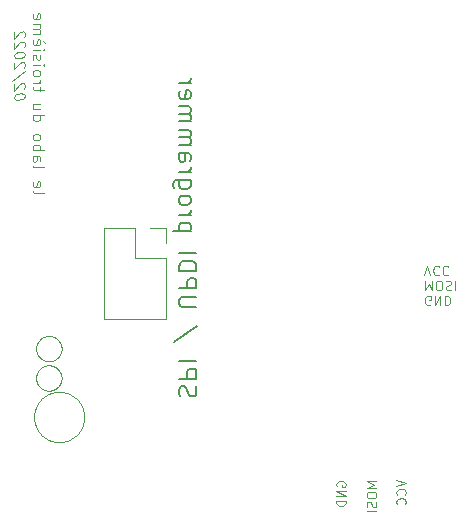
<source format=gbo>
G04 #@! TF.GenerationSoftware,KiCad,Pcbnew,6.0.2-378541a8eb~116~ubuntu20.04.1*
G04 #@! TF.CreationDate,2022-02-28T16:15:05+01:00*
G04 #@! TF.ProjectId,ISP_panel,4953505f-7061-46e6-956c-2e6b69636164,rev?*
G04 #@! TF.SameCoordinates,Original*
G04 #@! TF.FileFunction,Legend,Bot*
G04 #@! TF.FilePolarity,Positive*
%FSLAX46Y46*%
G04 Gerber Fmt 4.6, Leading zero omitted, Abs format (unit mm)*
G04 Created by KiCad (PCBNEW 6.0.2-378541a8eb~116~ubuntu20.04.1) date 2022-02-28 16:15:05*
%MOMM*%
%LPD*%
G01*
G04 APERTURE LIST*
%ADD10C,0.080000*%
%ADD11C,0.100000*%
%ADD12C,0.200000*%
%ADD13C,0.090000*%
%ADD14C,0.045156*%
%ADD15C,0.120000*%
G04 APERTURE END LIST*
D10*
X64503193Y-59188092D02*
X64769860Y-58388092D01*
X65036526Y-59188092D01*
X65760336Y-58464282D02*
X65722241Y-58426187D01*
X65607955Y-58388092D01*
X65531764Y-58388092D01*
X65417479Y-58426187D01*
X65341288Y-58502377D01*
X65303193Y-58578568D01*
X65265098Y-58730949D01*
X65265098Y-58845235D01*
X65303193Y-58997616D01*
X65341288Y-59073806D01*
X65417479Y-59149997D01*
X65531764Y-59188092D01*
X65607955Y-59188092D01*
X65722241Y-59149997D01*
X65760336Y-59111901D01*
X66560336Y-58464282D02*
X66522241Y-58426187D01*
X66407955Y-58388092D01*
X66331764Y-58388092D01*
X66217479Y-58426187D01*
X66141288Y-58502377D01*
X66103193Y-58578568D01*
X66065098Y-58730949D01*
X66065098Y-58845235D01*
X66103193Y-58997616D01*
X66141288Y-59073806D01*
X66217479Y-59149997D01*
X66331764Y-59188092D01*
X66407955Y-59188092D01*
X66522241Y-59149997D01*
X66560336Y-59111901D01*
D11*
X31347615Y-52028567D02*
X31395234Y-52123805D01*
X31490472Y-52171424D01*
X32347615Y-52171424D01*
X31395234Y-51266662D02*
X31347615Y-51361900D01*
X31347615Y-51552376D01*
X31395234Y-51647615D01*
X31490472Y-51695234D01*
X31871424Y-51695234D01*
X31966662Y-51647615D01*
X32014281Y-51552376D01*
X32014281Y-51361900D01*
X31966662Y-51266662D01*
X31871424Y-51219043D01*
X31776186Y-51219043D01*
X31680948Y-51695234D01*
X31347615Y-49885710D02*
X31395234Y-49980948D01*
X31490472Y-50028567D01*
X32347615Y-50028567D01*
X31347615Y-49076186D02*
X31871424Y-49076186D01*
X31966662Y-49123805D01*
X32014281Y-49219043D01*
X32014281Y-49409519D01*
X31966662Y-49504757D01*
X31395234Y-49076186D02*
X31347615Y-49171424D01*
X31347615Y-49409519D01*
X31395234Y-49504757D01*
X31490472Y-49552376D01*
X31585710Y-49552376D01*
X31680948Y-49504757D01*
X31728567Y-49409519D01*
X31728567Y-49171424D01*
X31776186Y-49076186D01*
X31347615Y-48599996D02*
X32347615Y-48599996D01*
X31966662Y-48599996D02*
X32014281Y-48504757D01*
X32014281Y-48314281D01*
X31966662Y-48219043D01*
X31919043Y-48171424D01*
X31823805Y-48123805D01*
X31538091Y-48123805D01*
X31442853Y-48171424D01*
X31395234Y-48219043D01*
X31347615Y-48314281D01*
X31347615Y-48504757D01*
X31395234Y-48599996D01*
X31347615Y-47552376D02*
X31395234Y-47647615D01*
X31442853Y-47695234D01*
X31538091Y-47742853D01*
X31823805Y-47742853D01*
X31919043Y-47695234D01*
X31966662Y-47647615D01*
X32014281Y-47552376D01*
X32014281Y-47409519D01*
X31966662Y-47314281D01*
X31919043Y-47266662D01*
X31823805Y-47219043D01*
X31538091Y-47219043D01*
X31442853Y-47266662D01*
X31395234Y-47314281D01*
X31347615Y-47409519D01*
X31347615Y-47552376D01*
X31347615Y-45599996D02*
X32347615Y-45599996D01*
X31395234Y-45599996D02*
X31347615Y-45695234D01*
X31347615Y-45885710D01*
X31395234Y-45980948D01*
X31442853Y-46028567D01*
X31538091Y-46076186D01*
X31823805Y-46076186D01*
X31919043Y-46028567D01*
X31966662Y-45980948D01*
X32014281Y-45885710D01*
X32014281Y-45695234D01*
X31966662Y-45599996D01*
X32014281Y-44695234D02*
X31347615Y-44695234D01*
X32014281Y-45123805D02*
X31490472Y-45123805D01*
X31395234Y-45076186D01*
X31347615Y-44980948D01*
X31347615Y-44838091D01*
X31395234Y-44742853D01*
X31442853Y-44695234D01*
X32014281Y-43599996D02*
X32014281Y-43219043D01*
X32347615Y-43457138D02*
X31490472Y-43457138D01*
X31395234Y-43409519D01*
X31347615Y-43314281D01*
X31347615Y-43219043D01*
X31347615Y-42885710D02*
X32014281Y-42885710D01*
X31823805Y-42885710D02*
X31919043Y-42838091D01*
X31966662Y-42790472D01*
X32014281Y-42695234D01*
X32014281Y-42599996D01*
X31347615Y-42123805D02*
X31395234Y-42219043D01*
X31442853Y-42266662D01*
X31538091Y-42314281D01*
X31823805Y-42314281D01*
X31919043Y-42266662D01*
X31966662Y-42219043D01*
X32014281Y-42123805D01*
X32014281Y-41980948D01*
X31966662Y-41885710D01*
X31919043Y-41838091D01*
X31823805Y-41790472D01*
X31538091Y-41790472D01*
X31442853Y-41838091D01*
X31395234Y-41885710D01*
X31347615Y-41980948D01*
X31347615Y-42123805D01*
X31347615Y-41361900D02*
X32014281Y-41361900D01*
X32347615Y-41361900D02*
X32299996Y-41409519D01*
X32252376Y-41361900D01*
X32299996Y-41314281D01*
X32347615Y-41361900D01*
X32252376Y-41361900D01*
X31395234Y-40933329D02*
X31347615Y-40838091D01*
X31347615Y-40647615D01*
X31395234Y-40552376D01*
X31490472Y-40504757D01*
X31538091Y-40504757D01*
X31633329Y-40552376D01*
X31680948Y-40647615D01*
X31680948Y-40790472D01*
X31728567Y-40885710D01*
X31823805Y-40933329D01*
X31871424Y-40933329D01*
X31966662Y-40885710D01*
X32014281Y-40790472D01*
X32014281Y-40647615D01*
X31966662Y-40552376D01*
X31347615Y-40076186D02*
X32014281Y-40076186D01*
X32347615Y-40076186D02*
X32299996Y-40123805D01*
X32252376Y-40076186D01*
X32299996Y-40028567D01*
X32347615Y-40076186D01*
X32252376Y-40076186D01*
X31395234Y-39219043D02*
X31347615Y-39314281D01*
X31347615Y-39504757D01*
X31395234Y-39599996D01*
X31490472Y-39647615D01*
X31871424Y-39647615D01*
X31966662Y-39599996D01*
X32014281Y-39504757D01*
X32014281Y-39314281D01*
X31966662Y-39219043D01*
X31871424Y-39171424D01*
X31776186Y-39171424D01*
X31680948Y-39647615D01*
X32395234Y-39504757D02*
X32252376Y-39361900D01*
X31347615Y-38742853D02*
X32014281Y-38742853D01*
X31919043Y-38742853D02*
X31966662Y-38695234D01*
X32014281Y-38599996D01*
X32014281Y-38457138D01*
X31966662Y-38361900D01*
X31871424Y-38314281D01*
X31347615Y-38314281D01*
X31871424Y-38314281D02*
X31966662Y-38266662D01*
X32014281Y-38171424D01*
X32014281Y-38028567D01*
X31966662Y-37933329D01*
X31871424Y-37885710D01*
X31347615Y-37885710D01*
X31395234Y-37028567D02*
X31347615Y-37123805D01*
X31347615Y-37314281D01*
X31395234Y-37409519D01*
X31490472Y-37457138D01*
X31871424Y-37457138D01*
X31966662Y-37409519D01*
X32014281Y-37314281D01*
X32014281Y-37123805D01*
X31966662Y-37028567D01*
X31871424Y-36980948D01*
X31776186Y-36980948D01*
X31680948Y-37457138D01*
D10*
X65036526Y-61649997D02*
X64960336Y-61688092D01*
X64846050Y-61688092D01*
X64731764Y-61649997D01*
X64655574Y-61573806D01*
X64617479Y-61497616D01*
X64579383Y-61345235D01*
X64579383Y-61230949D01*
X64617479Y-61078568D01*
X64655574Y-61002377D01*
X64731764Y-60926187D01*
X64846050Y-60888092D01*
X64922241Y-60888092D01*
X65036526Y-60926187D01*
X65074622Y-60964282D01*
X65074622Y-61230949D01*
X64922241Y-61230949D01*
X65417479Y-60888092D02*
X65417479Y-61688092D01*
X65874622Y-60888092D01*
X65874622Y-61688092D01*
X66255574Y-60888092D02*
X66255574Y-61688092D01*
X66446050Y-61688092D01*
X66560336Y-61649997D01*
X66636526Y-61573806D01*
X66674622Y-61497616D01*
X66712717Y-61345235D01*
X66712717Y-61230949D01*
X66674622Y-61078568D01*
X66636526Y-61002377D01*
X66560336Y-60926187D01*
X66446050Y-60888092D01*
X66255574Y-60888092D01*
D12*
X43792853Y-69428567D02*
X43721424Y-69214281D01*
X43721424Y-68857138D01*
X43792853Y-68714281D01*
X43864281Y-68642853D01*
X44007138Y-68571424D01*
X44149996Y-68571424D01*
X44292853Y-68642853D01*
X44364281Y-68714281D01*
X44435710Y-68857138D01*
X44507138Y-69142853D01*
X44578567Y-69285710D01*
X44649996Y-69357138D01*
X44792853Y-69428567D01*
X44935710Y-69428567D01*
X45078567Y-69357138D01*
X45149996Y-69285710D01*
X45221424Y-69142853D01*
X45221424Y-68785710D01*
X45149996Y-68571424D01*
X43721424Y-67928567D02*
X45221424Y-67928567D01*
X45221424Y-67357138D01*
X45149996Y-67214281D01*
X45078567Y-67142853D01*
X44935710Y-67071424D01*
X44721424Y-67071424D01*
X44578567Y-67142853D01*
X44507138Y-67214281D01*
X44435710Y-67357138D01*
X44435710Y-67928567D01*
X43721424Y-66428567D02*
X45221424Y-66428567D01*
X45292853Y-63499996D02*
X43364281Y-64785710D01*
X45221424Y-61857138D02*
X44007138Y-61857138D01*
X43864281Y-61785710D01*
X43792853Y-61714281D01*
X43721424Y-61571424D01*
X43721424Y-61285710D01*
X43792853Y-61142853D01*
X43864281Y-61071424D01*
X44007138Y-60999996D01*
X45221424Y-60999996D01*
X43721424Y-60285710D02*
X45221424Y-60285710D01*
X45221424Y-59714281D01*
X45149996Y-59571424D01*
X45078567Y-59499996D01*
X44935710Y-59428567D01*
X44721424Y-59428567D01*
X44578567Y-59499996D01*
X44507138Y-59571424D01*
X44435710Y-59714281D01*
X44435710Y-60285710D01*
X43721424Y-58785710D02*
X45221424Y-58785710D01*
X45221424Y-58428567D01*
X45149996Y-58214281D01*
X45007138Y-58071424D01*
X44864281Y-57999996D01*
X44578567Y-57928567D01*
X44364281Y-57928567D01*
X44078567Y-57999996D01*
X43935710Y-58071424D01*
X43792853Y-58214281D01*
X43721424Y-58428567D01*
X43721424Y-58785710D01*
X43721424Y-57285710D02*
X45221424Y-57285710D01*
X44721424Y-55428567D02*
X43221424Y-55428567D01*
X44649996Y-55428567D02*
X44721424Y-55285710D01*
X44721424Y-54999996D01*
X44649996Y-54857138D01*
X44578567Y-54785710D01*
X44435710Y-54714281D01*
X44007138Y-54714281D01*
X43864281Y-54785710D01*
X43792853Y-54857138D01*
X43721424Y-54999996D01*
X43721424Y-55285710D01*
X43792853Y-55428567D01*
X43721424Y-54071424D02*
X44721424Y-54071424D01*
X44435710Y-54071424D02*
X44578567Y-53999996D01*
X44649996Y-53928567D01*
X44721424Y-53785710D01*
X44721424Y-53642853D01*
X43721424Y-52928567D02*
X43792853Y-53071424D01*
X43864281Y-53142853D01*
X44007138Y-53214281D01*
X44435710Y-53214281D01*
X44578567Y-53142853D01*
X44649996Y-53071424D01*
X44721424Y-52928567D01*
X44721424Y-52714281D01*
X44649996Y-52571424D01*
X44578567Y-52499996D01*
X44435710Y-52428567D01*
X44007138Y-52428567D01*
X43864281Y-52499996D01*
X43792853Y-52571424D01*
X43721424Y-52714281D01*
X43721424Y-52928567D01*
X44721424Y-51142853D02*
X43507138Y-51142853D01*
X43364281Y-51214281D01*
X43292853Y-51285710D01*
X43221424Y-51428567D01*
X43221424Y-51642853D01*
X43292853Y-51785710D01*
X43792853Y-51142853D02*
X43721424Y-51285710D01*
X43721424Y-51571424D01*
X43792853Y-51714281D01*
X43864281Y-51785710D01*
X44007138Y-51857138D01*
X44435710Y-51857138D01*
X44578567Y-51785710D01*
X44649996Y-51714281D01*
X44721424Y-51571424D01*
X44721424Y-51285710D01*
X44649996Y-51142853D01*
X43721424Y-50428567D02*
X44721424Y-50428567D01*
X44435710Y-50428567D02*
X44578567Y-50357138D01*
X44649996Y-50285710D01*
X44721424Y-50142853D01*
X44721424Y-49999996D01*
X43721424Y-48857138D02*
X44507138Y-48857138D01*
X44649996Y-48928567D01*
X44721424Y-49071424D01*
X44721424Y-49357138D01*
X44649996Y-49499996D01*
X43792853Y-48857138D02*
X43721424Y-48999996D01*
X43721424Y-49357138D01*
X43792853Y-49499996D01*
X43935710Y-49571424D01*
X44078567Y-49571424D01*
X44221424Y-49499996D01*
X44292853Y-49357138D01*
X44292853Y-48999996D01*
X44364281Y-48857138D01*
X43721424Y-48142853D02*
X44721424Y-48142853D01*
X44578567Y-48142853D02*
X44649996Y-48071424D01*
X44721424Y-47928567D01*
X44721424Y-47714281D01*
X44649996Y-47571424D01*
X44507138Y-47499996D01*
X43721424Y-47499996D01*
X44507138Y-47499996D02*
X44649996Y-47428567D01*
X44721424Y-47285710D01*
X44721424Y-47071424D01*
X44649996Y-46928567D01*
X44507138Y-46857138D01*
X43721424Y-46857138D01*
X43721424Y-46142853D02*
X44721424Y-46142853D01*
X44578567Y-46142853D02*
X44649996Y-46071424D01*
X44721424Y-45928567D01*
X44721424Y-45714281D01*
X44649996Y-45571424D01*
X44507138Y-45499996D01*
X43721424Y-45499996D01*
X44507138Y-45499996D02*
X44649996Y-45428567D01*
X44721424Y-45285710D01*
X44721424Y-45071424D01*
X44649996Y-44928567D01*
X44507138Y-44857138D01*
X43721424Y-44857138D01*
X43792853Y-43571424D02*
X43721424Y-43714281D01*
X43721424Y-43999996D01*
X43792853Y-44142853D01*
X43935710Y-44214281D01*
X44507138Y-44214281D01*
X44649996Y-44142853D01*
X44721424Y-43999996D01*
X44721424Y-43714281D01*
X44649996Y-43571424D01*
X44507138Y-43499996D01*
X44364281Y-43499996D01*
X44221424Y-44214281D01*
X43721424Y-42857138D02*
X44721424Y-42857138D01*
X44435710Y-42857138D02*
X44578567Y-42785710D01*
X44649996Y-42714281D01*
X44721424Y-42571424D01*
X44721424Y-42428567D01*
D10*
X57100003Y-77036526D02*
X57061907Y-76960336D01*
X57061907Y-76846050D01*
X57100003Y-76731764D01*
X57176193Y-76655574D01*
X57252383Y-76617479D01*
X57404764Y-76579383D01*
X57519050Y-76579383D01*
X57671431Y-76617479D01*
X57747622Y-76655574D01*
X57823812Y-76731764D01*
X57861907Y-76846050D01*
X57861907Y-76922241D01*
X57823812Y-77036526D01*
X57785717Y-77074622D01*
X57519050Y-77074622D01*
X57519050Y-76922241D01*
X57861907Y-77417479D02*
X57061907Y-77417479D01*
X57861907Y-77874622D01*
X57061907Y-77874622D01*
X57861907Y-78255574D02*
X57061907Y-78255574D01*
X57061907Y-78446050D01*
X57100003Y-78560336D01*
X57176193Y-78636526D01*
X57252383Y-78674622D01*
X57404764Y-78712717D01*
X57519050Y-78712717D01*
X57671431Y-78674622D01*
X57747622Y-78636526D01*
X57823812Y-78560336D01*
X57861907Y-78446050D01*
X57861907Y-78255574D01*
X62161907Y-76503193D02*
X62961907Y-76769860D01*
X62161907Y-77036526D01*
X62885717Y-77760336D02*
X62923812Y-77722241D01*
X62961907Y-77607955D01*
X62961907Y-77531764D01*
X62923812Y-77417479D01*
X62847622Y-77341288D01*
X62771431Y-77303193D01*
X62619050Y-77265098D01*
X62504764Y-77265098D01*
X62352383Y-77303193D01*
X62276193Y-77341288D01*
X62200003Y-77417479D01*
X62161907Y-77531764D01*
X62161907Y-77607955D01*
X62200003Y-77722241D01*
X62238098Y-77760336D01*
X62885717Y-78560336D02*
X62923812Y-78522241D01*
X62961907Y-78407955D01*
X62961907Y-78331764D01*
X62923812Y-78217479D01*
X62847622Y-78141288D01*
X62771431Y-78103193D01*
X62619050Y-78065098D01*
X62504764Y-78065098D01*
X62352383Y-78103193D01*
X62276193Y-78141288D01*
X62200003Y-78217479D01*
X62161907Y-78331764D01*
X62161907Y-78407955D01*
X62200003Y-78522241D01*
X62238098Y-78560336D01*
X60461907Y-76617479D02*
X59661907Y-76617479D01*
X60233336Y-76884145D01*
X59661907Y-77150812D01*
X60461907Y-77150812D01*
X59661907Y-77684145D02*
X59661907Y-77836526D01*
X59700003Y-77912717D01*
X59776193Y-77988907D01*
X59928574Y-78027003D01*
X60195241Y-78027003D01*
X60347622Y-77988907D01*
X60423812Y-77912717D01*
X60461907Y-77836526D01*
X60461907Y-77684145D01*
X60423812Y-77607955D01*
X60347622Y-77531764D01*
X60195241Y-77493669D01*
X59928574Y-77493669D01*
X59776193Y-77531764D01*
X59700003Y-77607955D01*
X59661907Y-77684145D01*
X60423812Y-78331764D02*
X60461907Y-78446050D01*
X60461907Y-78636526D01*
X60423812Y-78712717D01*
X60385717Y-78750812D01*
X60309526Y-78788907D01*
X60233336Y-78788907D01*
X60157145Y-78750812D01*
X60119050Y-78712717D01*
X60080955Y-78636526D01*
X60042860Y-78484145D01*
X60004764Y-78407955D01*
X59966669Y-78369860D01*
X59890479Y-78331764D01*
X59814288Y-78331764D01*
X59738098Y-78369860D01*
X59700003Y-78407955D01*
X59661907Y-78484145D01*
X59661907Y-78674622D01*
X59700003Y-78788907D01*
X60461907Y-79131764D02*
X59661907Y-79131764D01*
X64617479Y-59638092D02*
X64617479Y-60438092D01*
X64884145Y-59866663D01*
X65150812Y-60438092D01*
X65150812Y-59638092D01*
X65684145Y-60438092D02*
X65836526Y-60438092D01*
X65912717Y-60399997D01*
X65988907Y-60323806D01*
X66027003Y-60171425D01*
X66027003Y-59904758D01*
X65988907Y-59752377D01*
X65912717Y-59676187D01*
X65836526Y-59638092D01*
X65684145Y-59638092D01*
X65607955Y-59676187D01*
X65531764Y-59752377D01*
X65493669Y-59904758D01*
X65493669Y-60171425D01*
X65531764Y-60323806D01*
X65607955Y-60399997D01*
X65684145Y-60438092D01*
X66331764Y-59676187D02*
X66446050Y-59638092D01*
X66636526Y-59638092D01*
X66712717Y-59676187D01*
X66750812Y-59714282D01*
X66788907Y-59790473D01*
X66788907Y-59866663D01*
X66750812Y-59942854D01*
X66712717Y-59980949D01*
X66636526Y-60019044D01*
X66484145Y-60057139D01*
X66407955Y-60095235D01*
X66369860Y-60133330D01*
X66331764Y-60209520D01*
X66331764Y-60285711D01*
X66369860Y-60361901D01*
X66407955Y-60399997D01*
X66484145Y-60438092D01*
X66674622Y-60438092D01*
X66788907Y-60399997D01*
X67131764Y-59638092D02*
X67131764Y-60438092D01*
D13*
X30692853Y-44029844D02*
X30692853Y-43944129D01*
X30649996Y-43863772D01*
X30607138Y-43826272D01*
X30521424Y-43794129D01*
X30349996Y-43772701D01*
X30135710Y-43799487D01*
X29964281Y-43863772D01*
X29878567Y-43917344D01*
X29835710Y-43965558D01*
X29792853Y-44056629D01*
X29792853Y-44142344D01*
X29835710Y-44222701D01*
X29878567Y-44260201D01*
X29964281Y-44292344D01*
X30135710Y-44313772D01*
X30349996Y-44286987D01*
X30521424Y-44222701D01*
X30607138Y-44169129D01*
X30649996Y-44120915D01*
X30692853Y-44029844D01*
X30607138Y-43397701D02*
X30649996Y-43349487D01*
X30692853Y-43258415D01*
X30692853Y-43044129D01*
X30649996Y-42963772D01*
X30607138Y-42926272D01*
X30521424Y-42894129D01*
X30435710Y-42904844D01*
X30307138Y-42963772D01*
X29792853Y-43542344D01*
X29792853Y-42985201D01*
X30735710Y-41838772D02*
X29578567Y-42754844D01*
X30607138Y-41597701D02*
X30649996Y-41549487D01*
X30692853Y-41458415D01*
X30692853Y-41244129D01*
X30649996Y-41163772D01*
X30607138Y-41126272D01*
X30521424Y-41094129D01*
X30435710Y-41104844D01*
X30307138Y-41163772D01*
X29792853Y-41742344D01*
X29792853Y-41185201D01*
X30692853Y-40515558D02*
X30692853Y-40429844D01*
X30649996Y-40349487D01*
X30607138Y-40311987D01*
X30521424Y-40279844D01*
X30349996Y-40258415D01*
X30135710Y-40285201D01*
X29964281Y-40349487D01*
X29878567Y-40403058D01*
X29835710Y-40451272D01*
X29792853Y-40542344D01*
X29792853Y-40628058D01*
X29835710Y-40708415D01*
X29878567Y-40745915D01*
X29964281Y-40778058D01*
X30135710Y-40799487D01*
X30349996Y-40772701D01*
X30521424Y-40708415D01*
X30607138Y-40654844D01*
X30649996Y-40606629D01*
X30692853Y-40515558D01*
X30607138Y-39883415D02*
X30649996Y-39835201D01*
X30692853Y-39744129D01*
X30692853Y-39529844D01*
X30649996Y-39449487D01*
X30607138Y-39411987D01*
X30521424Y-39379844D01*
X30435710Y-39390558D01*
X30307138Y-39449487D01*
X29792853Y-40028058D01*
X29792853Y-39470915D01*
X30607138Y-39026272D02*
X30649996Y-38978058D01*
X30692853Y-38886987D01*
X30692853Y-38672701D01*
X30649996Y-38592344D01*
X30607138Y-38554844D01*
X30521424Y-38522701D01*
X30435710Y-38533415D01*
X30307138Y-38592344D01*
X29792853Y-39170915D01*
X29792853Y-38613772D01*
D14*
G04 #@! TO.C,logo_labo_4mm*
X33096481Y-66857683D02*
X33046775Y-66841214D01*
X32570828Y-68930174D02*
X32624588Y-68937000D01*
X32996215Y-64339659D02*
X32944908Y-64328097D01*
X31541089Y-70635681D02*
X31517303Y-70738529D01*
X35558849Y-70339478D02*
X35516289Y-70245313D01*
X31974881Y-64621707D02*
X31939361Y-64658998D01*
X31569783Y-70534795D02*
X31541089Y-70635681D01*
X32012215Y-64586145D02*
X31974881Y-64621707D01*
X32012215Y-66176001D02*
X32051148Y-66209750D01*
X33775948Y-68130440D02*
X33787468Y-68079166D01*
X32840481Y-66800051D02*
X32787575Y-66796104D01*
X32133815Y-68759091D02*
X32177441Y-68787027D01*
X32497676Y-72985090D02*
X32586743Y-73036279D01*
X31725601Y-65011819D02*
X31708748Y-65061718D01*
X31694241Y-65649462D02*
X31708748Y-65700427D01*
X31837196Y-69978379D02*
X31781943Y-70064630D01*
X31666295Y-67758782D02*
X31662028Y-67813320D01*
X32967863Y-69136662D02*
X32869089Y-69170081D01*
X32411383Y-69404150D02*
X32328076Y-69463425D01*
X35714903Y-70949611D02*
X35701356Y-70843222D01*
X32840481Y-66449803D02*
X32892961Y-66443297D01*
X32869089Y-69170081D02*
X32772556Y-69208150D01*
X32734348Y-64307297D02*
X32734348Y-64307115D01*
X31843788Y-64780630D02*
X31815841Y-64824203D01*
X33240055Y-66921299D02*
X33193228Y-66897758D01*
X31682295Y-65597505D02*
X31694241Y-65649462D01*
X32026423Y-69737579D02*
X31959649Y-69814721D01*
X33628001Y-67272894D02*
X33597708Y-67229790D01*
X35630316Y-70534795D02*
X35596929Y-70436022D01*
X32944908Y-68921747D02*
X32996215Y-68910184D01*
X31682295Y-65164641D02*
X31672695Y-65217526D01*
X34131329Y-69108011D02*
X34028503Y-69084267D01*
X32365068Y-64372331D02*
X32316321Y-64391563D01*
X31473356Y-71166973D02*
X31476556Y-71276370D01*
X33493815Y-68628030D02*
X33530508Y-68589438D01*
X33628001Y-65976961D02*
X33656055Y-65932523D01*
X33597708Y-67229790D02*
X33565175Y-67188104D01*
X32328076Y-72870519D02*
X32411383Y-72929794D01*
X31662028Y-65325803D02*
X31660961Y-65381067D01*
X33493815Y-64621814D02*
X33455201Y-64585089D01*
X33240055Y-64433782D02*
X33193228Y-64410241D01*
X34331009Y-73163863D02*
X34427543Y-73125794D01*
X33761975Y-67556360D02*
X33745548Y-67506600D01*
X32026423Y-72596365D02*
X32096823Y-72670199D01*
X33285708Y-66947134D02*
X33240055Y-66921299D01*
X33656055Y-67317331D02*
X33628001Y-67272894D01*
X33681868Y-67363006D02*
X33656055Y-67317331D01*
X33726668Y-67457726D02*
X33705441Y-67409832D01*
X34952343Y-69526539D02*
X34872023Y-69463425D01*
X32734348Y-68942547D02*
X32787575Y-68941267D01*
X33745548Y-68230760D02*
X33761975Y-68181000D01*
X33046775Y-68896158D02*
X33096481Y-68879688D01*
X33046775Y-64353686D02*
X32996215Y-64339659D01*
X31672695Y-67705043D02*
X31666295Y-67758782D01*
X35303596Y-72438914D02*
X35362903Y-72355565D01*
X32328076Y-69463425D02*
X32247756Y-69526539D01*
X31725601Y-65750326D02*
X31744801Y-65799094D01*
X32091681Y-64520513D02*
X32051148Y-64552395D01*
X31666295Y-65490870D02*
X31672695Y-65544619D01*
X31476556Y-71057574D02*
X31473356Y-71166973D01*
X32365068Y-66859848D02*
X32316321Y-66879080D01*
X33565175Y-64700587D02*
X33530508Y-64660406D01*
X34788716Y-69404150D02*
X34702423Y-69348854D01*
X34872023Y-69463425D02*
X34788716Y-69404150D01*
X33787468Y-65170689D02*
X33775948Y-65119414D01*
X31641249Y-70339478D02*
X31603169Y-70436022D01*
X34872023Y-72870519D02*
X34952343Y-72807405D01*
X33597708Y-68507571D02*
X33628001Y-68464467D01*
X33373281Y-68731848D02*
X33414988Y-68699368D01*
X31837196Y-72355565D02*
X31896503Y-72438914D01*
X33414988Y-66211862D02*
X33455201Y-66177249D01*
X31974881Y-68627955D02*
X32012215Y-68663518D01*
X31708748Y-67549235D02*
X31694241Y-67600200D01*
X31662028Y-67813320D02*
X31660961Y-67868584D01*
X33285708Y-64459617D02*
X33240055Y-64433782D01*
X32222455Y-66924296D02*
X32177441Y-66950152D01*
X33193228Y-66352097D02*
X33240055Y-66328555D01*
X33096481Y-66392171D02*
X33145335Y-66373313D01*
X33193228Y-66897758D02*
X33145335Y-66876542D01*
X32772556Y-69208150D02*
X32678369Y-69250721D01*
X35658903Y-71698263D02*
X35682689Y-71595415D01*
X32967863Y-73197282D02*
X33068769Y-73225933D01*
X33681868Y-68374355D02*
X33705441Y-68327528D01*
X33145335Y-66373313D02*
X33193228Y-66352097D01*
X31905655Y-64697963D02*
X31873761Y-64738529D01*
X33806668Y-67921928D02*
X33807735Y-67868680D01*
X31815841Y-65937942D02*
X31843788Y-65981515D01*
X35516289Y-72088631D02*
X35558849Y-71994466D01*
X33796001Y-65539755D02*
X33802401Y-65487318D01*
X35418156Y-70064630D02*
X35362903Y-69978379D01*
X31790028Y-64869174D02*
X31766348Y-64915478D01*
X32892961Y-68930814D02*
X32944908Y-68921747D01*
X35173676Y-72596365D02*
X35240449Y-72519223D01*
X31843788Y-65981515D02*
X31873761Y-66023617D01*
X34028503Y-69084267D02*
X33923756Y-69065569D01*
X32465975Y-66421174D02*
X32517921Y-66433163D01*
X33276236Y-69065569D02*
X33171596Y-69084267D01*
X32517921Y-66433163D02*
X32570828Y-66442657D01*
X33145335Y-68860830D02*
X33193228Y-68839603D01*
X33923756Y-69065569D02*
X33817409Y-69052054D01*
X32051148Y-68697267D02*
X32091681Y-68729150D01*
X32869089Y-73163863D02*
X32967863Y-73197282D01*
X33806668Y-67815432D02*
X33802401Y-67762536D01*
X32996215Y-68910184D02*
X33046775Y-68896158D01*
X33709441Y-73290103D02*
X33817409Y-73281890D01*
X31569783Y-71799149D02*
X31603169Y-71897922D01*
X32624588Y-66449483D02*
X32679095Y-66453643D01*
X33775948Y-65119414D02*
X33761975Y-65068843D01*
X34131329Y-73225933D02*
X34232236Y-73197282D01*
X33171596Y-73249677D02*
X33276236Y-73268375D01*
X33455201Y-67072606D02*
X33414988Y-67037992D01*
X32222455Y-64436779D02*
X32177441Y-64462635D01*
X31498636Y-71490722D02*
X31517303Y-71595415D01*
X33193228Y-64410241D02*
X33145335Y-64389014D01*
X33806668Y-65434422D02*
X33807735Y-65381174D01*
X31672695Y-68032136D02*
X31682295Y-68085022D01*
X32091681Y-68729150D02*
X32133815Y-68759091D01*
X35103276Y-69663745D02*
X35029463Y-69593355D01*
X32734348Y-64307115D02*
X32679095Y-64308502D01*
X31660961Y-65381067D02*
X31662028Y-65436331D01*
X31517303Y-70738529D02*
X31498636Y-70843222D01*
X34702423Y-69348854D02*
X34613356Y-69297665D01*
X33565175Y-68549256D02*
X33597708Y-68507571D01*
X33796001Y-65222593D02*
X33787468Y-65170689D01*
X32570828Y-64319489D02*
X32517921Y-64328982D01*
X31660961Y-67868584D02*
X31662028Y-67923848D01*
X32892961Y-66443297D02*
X32944908Y-66434230D01*
X33656055Y-64829814D02*
X33628001Y-64785377D01*
X35701356Y-71490722D02*
X35714903Y-71384333D01*
X32624588Y-66800179D02*
X32570828Y-66807006D01*
X31694241Y-67600200D02*
X31682295Y-67652158D01*
X31766348Y-64915478D02*
X31744801Y-64963051D01*
X31485089Y-70949611D02*
X31476556Y-71057574D01*
X33240055Y-68816062D02*
X33285708Y-68790227D01*
X35658903Y-70635681D02*
X35630316Y-70534795D01*
X32096823Y-69663745D02*
X32026423Y-69737579D01*
X35516289Y-70245313D02*
X35469356Y-70153654D01*
X32012215Y-67073662D02*
X31974881Y-67109224D01*
X32678369Y-73083223D02*
X32772556Y-73125794D01*
X32316321Y-66879080D02*
X32268748Y-66900584D01*
X35596929Y-71897922D02*
X35630316Y-71799149D01*
X33802401Y-65487318D02*
X33806668Y-65434422D01*
X31603169Y-71897922D02*
X31641249Y-71994466D01*
X35362903Y-69978379D02*
X35303596Y-69895030D01*
X33330188Y-68762142D02*
X33373281Y-68731848D01*
X32365068Y-66389814D02*
X32414988Y-66406699D01*
X32414988Y-66842963D02*
X32365068Y-66859848D01*
X33530508Y-66101931D02*
X33565175Y-66061750D01*
X35103276Y-72670199D02*
X35173676Y-72596365D01*
X31672695Y-65544619D02*
X31682295Y-65597505D01*
X35596929Y-70436022D02*
X35558849Y-70339478D01*
X33597708Y-66020065D02*
X33628001Y-65976961D01*
X32787575Y-64308577D02*
X32734348Y-64307297D01*
X32892961Y-66806558D02*
X32840481Y-66800051D01*
X31781943Y-70064630D02*
X31730743Y-70153654D01*
X31766348Y-65846667D02*
X31790028Y-65892971D01*
X31974881Y-67109224D02*
X31939361Y-67146515D01*
X32133815Y-66978088D02*
X32091681Y-67008030D01*
X32268748Y-68836595D02*
X32316321Y-68858099D01*
X32944908Y-66434230D02*
X32996215Y-66422667D01*
X35303596Y-69895030D02*
X35240449Y-69814721D01*
X31959649Y-69814721D02*
X31896503Y-69895030D01*
X33565175Y-67188104D02*
X33530508Y-67147923D01*
X32517921Y-68920680D02*
X32570828Y-68930174D01*
X32624588Y-68937000D02*
X32679095Y-68941160D01*
X32840481Y-68937320D02*
X32892961Y-68930814D01*
X31896503Y-69895030D02*
X31837196Y-69978379D01*
X32012215Y-68663518D02*
X32051148Y-68697267D01*
X31498636Y-70843222D02*
X31485089Y-70949611D01*
X31744801Y-67450568D02*
X31725601Y-67499336D01*
X32414988Y-66406699D02*
X32465975Y-66421174D01*
X35701356Y-70843222D02*
X35682689Y-70738529D01*
X32177441Y-66299510D02*
X32222455Y-66325366D01*
X32170636Y-72740589D02*
X32247756Y-72807405D01*
X33414988Y-67037992D02*
X33373281Y-67005512D01*
X34521729Y-73083223D02*
X34613356Y-73036279D01*
X32570828Y-66807006D02*
X32517921Y-66816499D01*
X33171596Y-69084267D02*
X33068769Y-69108011D01*
X32787575Y-68941267D02*
X32840481Y-68937320D01*
X33600044Y-73292877D02*
X33709441Y-73290103D01*
X31730743Y-70153654D02*
X31683809Y-70245313D01*
X32051148Y-66209750D02*
X32091681Y-66241633D01*
X33068769Y-73225933D02*
X33171596Y-73249677D01*
X33145335Y-64389014D02*
X33096481Y-64370155D01*
X31939361Y-68590664D02*
X31974881Y-68627955D01*
X32678369Y-69250721D02*
X32586743Y-69297665D01*
X32177441Y-66950152D02*
X32133815Y-66978088D01*
X32091681Y-66241633D02*
X32133815Y-66271574D01*
X33761975Y-65068843D02*
X33745548Y-65019083D01*
X32944908Y-64328097D02*
X32892961Y-64319030D01*
X33923756Y-73268375D02*
X34028503Y-73249677D01*
X33240055Y-66328555D02*
X33285708Y-66302721D01*
X33373281Y-64517995D02*
X33330188Y-64487702D01*
X33068769Y-69108011D02*
X32967863Y-69136662D01*
X31896503Y-72438914D02*
X31959649Y-72519223D01*
X32734348Y-66794824D02*
X32734348Y-66794632D01*
X32497676Y-69348854D02*
X32411383Y-69404150D01*
X32268748Y-66349078D02*
X32316321Y-66370582D01*
X31815841Y-64824203D02*
X31790028Y-64869174D01*
X31781943Y-72269314D02*
X31837196Y-72355565D01*
X31790028Y-65892971D02*
X31815841Y-65937942D01*
X31708748Y-65700427D02*
X31725601Y-65750326D01*
X35723436Y-71057574D02*
X35714903Y-70949611D01*
X31815841Y-68425459D02*
X31843788Y-68469032D01*
X31939361Y-66103147D02*
X31974881Y-66140438D01*
X33285708Y-68790227D02*
X33330188Y-68762142D01*
X33775948Y-67606920D02*
X33761975Y-67556360D01*
X33285708Y-66302721D02*
X33330188Y-66274635D01*
X33455201Y-68664755D02*
X33493815Y-68628030D01*
X33414988Y-64550475D02*
X33373281Y-64517995D01*
X31905655Y-66064182D02*
X31939361Y-66103147D01*
X32222455Y-66325366D02*
X32268748Y-66349078D01*
X32996215Y-66827187D02*
X32944908Y-66815624D01*
X33414988Y-68699368D02*
X33455201Y-68664755D01*
X35362903Y-72355565D02*
X35418156Y-72269314D01*
X32051148Y-67039912D02*
X32012215Y-67073662D01*
X31517303Y-71595415D02*
X31541089Y-71698263D01*
X32247756Y-69526539D02*
X32170636Y-69593355D01*
X31708748Y-65061718D02*
X31694241Y-65112683D01*
X33787468Y-68079166D02*
X33796001Y-68027262D01*
X32787575Y-66453750D02*
X32840481Y-66449803D01*
X32133815Y-64490571D02*
X32091681Y-64520513D01*
X31766348Y-67402995D02*
X31744801Y-67450568D01*
X31662028Y-67923848D02*
X31666295Y-67978387D01*
X33490647Y-73290103D02*
X33600044Y-73292877D01*
X33046775Y-66408641D02*
X33096481Y-66392171D01*
X32268748Y-64413067D02*
X32222455Y-64436779D01*
X31694241Y-65112683D02*
X31682295Y-65164641D01*
X35240449Y-69814721D02*
X35173676Y-69737579D01*
X33490647Y-69043841D02*
X33382689Y-69052054D01*
X33817409Y-69052054D02*
X33709441Y-69043841D01*
X32170636Y-69593355D02*
X32096823Y-69663745D01*
X31744801Y-64963051D02*
X31725601Y-65011819D01*
X33096481Y-68879688D02*
X33145335Y-68860830D01*
X31939361Y-67146515D02*
X31905655Y-67185480D01*
X35726636Y-71166973D02*
X35723436Y-71057574D01*
X33656055Y-65932523D02*
X33681868Y-65886849D01*
X34613356Y-73036279D02*
X34702423Y-72985090D01*
X32892961Y-64319030D02*
X32840481Y-64312523D01*
X31873761Y-67226046D02*
X31843788Y-67268147D01*
X33802401Y-67762536D02*
X33796001Y-67710099D01*
X34952343Y-72807405D02*
X35029463Y-72740589D01*
X31790028Y-68380488D02*
X31815841Y-68425459D01*
X32840481Y-64312523D02*
X32787575Y-64308577D01*
X32414988Y-64355446D02*
X32365068Y-64372331D01*
X32465975Y-66828488D02*
X32414988Y-66842963D01*
X34427543Y-69208150D02*
X34331009Y-69170081D01*
X33796001Y-68027262D02*
X33802401Y-67974824D01*
X33276236Y-73268375D02*
X33382689Y-73281890D01*
X31662028Y-65436331D02*
X31666295Y-65490870D01*
X31683809Y-72088631D02*
X31730743Y-72180290D01*
X33681868Y-65886849D02*
X33705441Y-65840022D01*
X33807735Y-65381174D02*
X33806668Y-65327926D01*
X31694241Y-68136979D02*
X31708748Y-68187944D01*
X34028503Y-73249677D02*
X34131329Y-73225933D01*
X33745548Y-65743254D02*
X33761975Y-65693494D01*
X32091681Y-67008030D02*
X32051148Y-67039912D01*
X32734348Y-66794632D02*
X32679095Y-66796019D01*
X33330188Y-66274635D02*
X33373281Y-66244342D01*
X33787468Y-67658195D02*
X33775948Y-67606920D01*
X31939361Y-64658998D02*
X31905655Y-64697963D01*
X35469356Y-72180290D02*
X35516289Y-72088631D01*
X33681868Y-64875489D02*
X33656055Y-64829814D01*
X35682689Y-70738529D02*
X35658903Y-70635681D01*
X33761975Y-65693494D02*
X33775948Y-65642934D01*
X31682295Y-67652158D02*
X31672695Y-67705043D01*
X33656055Y-68420030D02*
X33681868Y-68374355D01*
X32517921Y-66816499D02*
X32465975Y-66828488D01*
X32570828Y-66442657D02*
X32624588Y-66449483D01*
X31974881Y-66140438D02*
X32012215Y-66176001D01*
X31672695Y-65217526D02*
X31666295Y-65271265D01*
X32517921Y-64328982D02*
X32465975Y-64340971D01*
X34232236Y-73197282D02*
X34331009Y-73163863D01*
X32586743Y-73036279D02*
X32678369Y-73083223D01*
X32411383Y-72929794D02*
X32497676Y-72985090D01*
X33705441Y-68327528D02*
X33726668Y-68279635D01*
X31730743Y-72180290D02*
X31781943Y-72269314D01*
X33493815Y-67109331D02*
X33455201Y-67072606D01*
X34613356Y-69297665D02*
X34521729Y-69250721D01*
X32177441Y-64462635D02*
X32133815Y-64490571D01*
X32734348Y-66455030D02*
X32787575Y-66453750D01*
X33775948Y-65642934D02*
X33787468Y-65591659D01*
X35029463Y-72740589D02*
X35103276Y-72670199D01*
X31766348Y-68334184D02*
X31790028Y-68380488D01*
X31476556Y-71276370D02*
X31485089Y-71384333D01*
X34521729Y-69250721D02*
X34427543Y-69208150D01*
X32679095Y-66453643D02*
X32734348Y-66455030D01*
X33530508Y-68589438D02*
X33565175Y-68549256D01*
X34788716Y-72929794D02*
X34872023Y-72870519D01*
X33455201Y-66177249D02*
X33493815Y-66140523D01*
X33193228Y-68839603D02*
X33240055Y-68816062D01*
X32316321Y-64391563D02*
X32268748Y-64413067D01*
X34331009Y-69170081D02*
X34232236Y-69136662D01*
X32365068Y-68877331D02*
X32414988Y-68894216D01*
X32222455Y-68812883D02*
X32268748Y-68836595D01*
X33628001Y-64785377D02*
X33597708Y-64742273D01*
X33807735Y-67868680D02*
X33806668Y-67815432D01*
X31873761Y-64738529D02*
X31843788Y-64780630D01*
X33745548Y-65019083D02*
X33726668Y-64970209D01*
X33373281Y-67005512D02*
X33330188Y-66975219D01*
X32679095Y-66796019D02*
X32624588Y-66800179D01*
X32679095Y-68941160D02*
X32734348Y-68942547D01*
X33600044Y-69041067D02*
X33490647Y-69043841D01*
X35173676Y-69737579D02*
X35103276Y-69663745D01*
X33330188Y-64487702D02*
X33285708Y-64459617D01*
X31959649Y-72519223D02*
X32026423Y-72596365D01*
X31873761Y-66023617D02*
X31905655Y-66064182D01*
X31641249Y-71994466D02*
X31683809Y-72088631D01*
X33530508Y-67147923D02*
X33493815Y-67109331D01*
X33382689Y-69052054D02*
X33276236Y-69065569D01*
X33745548Y-67506600D02*
X33726668Y-67457726D01*
X31666295Y-67978387D02*
X31672695Y-68032136D01*
X35714903Y-71384333D02*
X35723436Y-71276370D01*
X32586743Y-69297665D02*
X32497676Y-69348854D01*
X33726668Y-64970209D02*
X33705441Y-64922315D01*
X33796001Y-67710099D02*
X33787468Y-67658195D01*
X33373281Y-66244342D02*
X33414988Y-66211862D01*
X34702423Y-72985090D02*
X34788716Y-72929794D01*
X33455201Y-64585089D02*
X33414988Y-64550475D01*
X32268748Y-66900584D02*
X32222455Y-66924296D01*
X32787575Y-66796104D02*
X32734348Y-66794824D01*
X31541089Y-71698263D02*
X31569783Y-71799149D01*
X32996215Y-66422667D02*
X33046775Y-66408641D01*
X35240449Y-72519223D02*
X35303596Y-72438914D01*
X35630316Y-71799149D02*
X35658903Y-71698263D01*
X31843788Y-67268147D02*
X31815841Y-67311720D01*
X31790028Y-67356691D02*
X31766348Y-67402995D01*
X33046775Y-66841214D02*
X32996215Y-66827187D01*
X32772556Y-73125794D02*
X32869089Y-73163863D01*
X33628001Y-68464467D02*
X33656055Y-68420030D01*
X31682295Y-68085022D02*
X31694241Y-68136979D01*
X32096823Y-72670199D02*
X32170636Y-72740589D01*
X32316321Y-68858099D02*
X32365068Y-68877331D01*
X32465975Y-68908691D02*
X32517921Y-68920680D01*
X31744801Y-65799094D02*
X31766348Y-65846667D01*
X32414988Y-68894216D02*
X32465975Y-68908691D01*
X32316321Y-66370582D02*
X32365068Y-66389814D01*
X33705441Y-65840022D02*
X33726668Y-65792129D01*
X33817409Y-73281890D02*
X33923756Y-73268375D01*
X33382689Y-73281890D02*
X33490647Y-73290103D01*
X33597708Y-64742273D02*
X33565175Y-64700587D01*
X35723436Y-71276370D02*
X35726636Y-71166973D01*
X32944908Y-66815624D02*
X32892961Y-66806558D01*
X33330188Y-66975219D02*
X33285708Y-66947134D01*
X31905655Y-68551699D02*
X31939361Y-68590664D01*
X33802401Y-65275030D02*
X33796001Y-65222593D01*
X31815841Y-67311720D02*
X31790028Y-67356691D01*
X33802401Y-67974824D02*
X33806668Y-67921928D01*
X35469356Y-70153654D02*
X35418156Y-70064630D01*
X33705441Y-67409832D02*
X33681868Y-67363006D01*
X32624588Y-64312662D02*
X32570828Y-64319489D01*
X35029463Y-69593355D02*
X34952343Y-69526539D01*
X33726668Y-65792129D02*
X33745548Y-65743254D01*
X33787468Y-65591659D02*
X33796001Y-65539755D01*
X33493815Y-66140523D02*
X33530508Y-66101931D01*
X31843788Y-68469032D02*
X31873761Y-68511134D01*
X33530508Y-64660406D02*
X33493815Y-64621814D01*
X33761975Y-68181000D02*
X33775948Y-68130440D01*
X32177441Y-68787027D02*
X32222455Y-68812883D01*
X35558849Y-71994466D02*
X35596929Y-71897922D01*
X33565175Y-66061750D02*
X33597708Y-66020065D01*
X33726668Y-68279635D02*
X33745548Y-68230760D01*
X31683809Y-70245313D02*
X31641249Y-70339478D01*
X35682689Y-71595415D02*
X35701356Y-71490722D01*
X32247756Y-72807405D02*
X32328076Y-72870519D01*
X31744801Y-68286611D02*
X31766348Y-68334184D01*
X31666295Y-65271265D02*
X31662028Y-65325803D01*
X31725601Y-68237843D02*
X31744801Y-68286611D01*
X32051148Y-64552395D02*
X32012215Y-64586145D01*
X31873761Y-68511134D02*
X31905655Y-68551699D01*
X33806668Y-65327926D02*
X33802401Y-65275030D01*
X31485089Y-71384333D02*
X31498636Y-71490722D01*
X32465975Y-64340971D02*
X32414988Y-64355446D01*
X34427543Y-73125794D02*
X34521729Y-73083223D01*
X31603169Y-70436022D02*
X31569783Y-70534795D01*
X32133815Y-66271574D02*
X32177441Y-66299510D01*
X32679095Y-64308502D02*
X32624588Y-64312662D01*
X33709441Y-69043841D02*
X33600044Y-69041067D01*
X33096481Y-64370155D02*
X33046775Y-64353686D01*
X31708748Y-68187944D02*
X31725601Y-68237843D01*
X31725601Y-67499336D02*
X31708748Y-67549235D01*
X31905655Y-67185480D02*
X31873761Y-67226046D01*
X33145335Y-66876542D02*
X33096481Y-66857683D01*
X33705441Y-64922315D02*
X33681868Y-64875489D01*
X35418156Y-72269314D02*
X35469356Y-72180290D01*
X34232236Y-69136662D02*
X34131329Y-69108011D01*
D15*
G04 #@! TO.C,J10*
X37404996Y-55144996D02*
X40004996Y-55144996D01*
X42604996Y-56474996D02*
X42604996Y-55144996D01*
X42604996Y-55144996D02*
X41274996Y-55144996D01*
X42604996Y-62884996D02*
X37404996Y-62884996D01*
X40004996Y-55144996D02*
X40004996Y-57744996D01*
X42604996Y-57744996D02*
X42604996Y-62884996D01*
X40004996Y-57744996D02*
X42604996Y-57744996D01*
X37404996Y-62884996D02*
X37404996Y-55144996D01*
G04 #@! TD*
M02*

</source>
